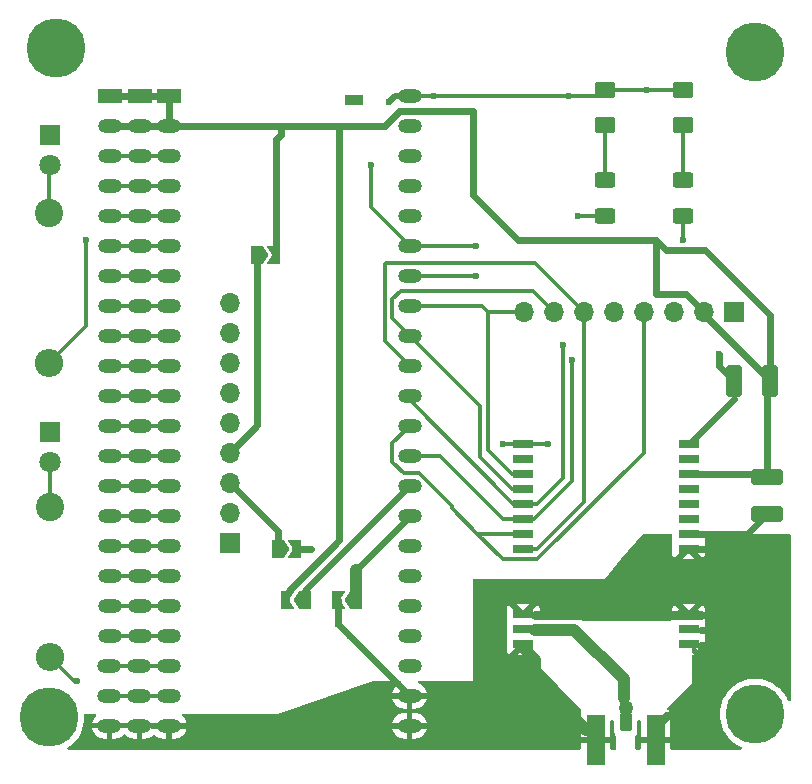
<source format=gtl>
G04 #@! TF.GenerationSoftware,KiCad,Pcbnew,8.0.2*
G04 #@! TF.CreationDate,2024-07-26T13:41:10+02:00*
G04 #@! TF.ProjectId,e07-900m10s-breakout,6530372d-3930-4306-9d31-30732d627265,rev?*
G04 #@! TF.SameCoordinates,Original*
G04 #@! TF.FileFunction,Copper,L1,Top*
G04 #@! TF.FilePolarity,Positive*
%FSLAX46Y46*%
G04 Gerber Fmt 4.6, Leading zero omitted, Abs format (unit mm)*
G04 Created by KiCad (PCBNEW 8.0.2) date 2024-07-26 13:41:10*
%MOMM*%
%LPD*%
G01*
G04 APERTURE LIST*
G04 Aperture macros list*
%AMRoundRect*
0 Rectangle with rounded corners*
0 $1 Rounding radius*
0 $2 $3 $4 $5 $6 $7 $8 $9 X,Y pos of 4 corners*
0 Add a 4 corners polygon primitive as box body*
4,1,4,$2,$3,$4,$5,$6,$7,$8,$9,$2,$3,0*
0 Add four circle primitives for the rounded corners*
1,1,$1+$1,$2,$3*
1,1,$1+$1,$4,$5*
1,1,$1+$1,$6,$7*
1,1,$1+$1,$8,$9*
0 Add four rect primitives between the rounded corners*
20,1,$1+$1,$2,$3,$4,$5,0*
20,1,$1+$1,$4,$5,$6,$7,0*
20,1,$1+$1,$6,$7,$8,$9,0*
20,1,$1+$1,$8,$9,$2,$3,0*%
%AMFreePoly0*
4,1,6,1.000000,0.000000,0.500000,-0.750000,-0.500000,-0.750000,-0.500000,0.750000,0.500000,0.750000,1.000000,0.000000,1.000000,0.000000,$1*%
%AMFreePoly1*
4,1,6,0.500000,-0.750000,-0.650000,-0.750000,-0.150000,0.000000,-0.650000,0.750000,0.500000,0.750000,0.500000,-0.750000,0.500000,-0.750000,$1*%
G04 Aperture macros list end*
G04 #@! TA.AperFunction,SMDPad,CuDef*
%ADD10RoundRect,0.250001X-0.624999X0.462499X-0.624999X-0.462499X0.624999X-0.462499X0.624999X0.462499X0*%
G04 #@! TD*
G04 #@! TA.AperFunction,ComponentPad*
%ADD11C,0.800000*%
G04 #@! TD*
G04 #@! TA.AperFunction,ComponentPad*
%ADD12C,5.000000*%
G04 #@! TD*
G04 #@! TA.AperFunction,ComponentPad*
%ADD13C,2.400000*%
G04 #@! TD*
G04 #@! TA.AperFunction,ComponentPad*
%ADD14O,2.400000X2.400000*%
G04 #@! TD*
G04 #@! TA.AperFunction,SMDPad,CuDef*
%ADD15R,1.800000X0.800000*%
G04 #@! TD*
G04 #@! TA.AperFunction,SMDPad,CuDef*
%ADD16FreePoly0,0.000000*%
G04 #@! TD*
G04 #@! TA.AperFunction,SMDPad,CuDef*
%ADD17FreePoly1,0.000000*%
G04 #@! TD*
G04 #@! TA.AperFunction,ComponentPad*
%ADD18R,1.800000X1.800000*%
G04 #@! TD*
G04 #@! TA.AperFunction,ComponentPad*
%ADD19C,1.800000*%
G04 #@! TD*
G04 #@! TA.AperFunction,SMDPad,CuDef*
%ADD20FreePoly0,180.000000*%
G04 #@! TD*
G04 #@! TA.AperFunction,SMDPad,CuDef*
%ADD21FreePoly1,180.000000*%
G04 #@! TD*
G04 #@! TA.AperFunction,SMDPad,CuDef*
%ADD22RoundRect,0.250000X-0.412500X-1.100000X0.412500X-1.100000X0.412500X1.100000X-0.412500X1.100000X0*%
G04 #@! TD*
G04 #@! TA.AperFunction,ComponentPad*
%ADD23R,1.700000X1.700000*%
G04 #@! TD*
G04 #@! TA.AperFunction,ComponentPad*
%ADD24O,1.700000X1.700000*%
G04 #@! TD*
G04 #@! TA.AperFunction,SMDPad,CuDef*
%ADD25RoundRect,0.101600X0.406400X-0.660400X0.406400X0.660400X-0.406400X0.660400X-0.406400X-0.660400X0*%
G04 #@! TD*
G04 #@! TA.AperFunction,ComponentPad*
%ADD26C,1.270000*%
G04 #@! TD*
G04 #@! TA.AperFunction,SMDPad,CuDef*
%ADD27R,1.524000X4.318000*%
G04 #@! TD*
G04 #@! TA.AperFunction,SMDPad,CuDef*
%ADD28RoundRect,0.250000X-0.625000X0.400000X-0.625000X-0.400000X0.625000X-0.400000X0.625000X0.400000X0*%
G04 #@! TD*
G04 #@! TA.AperFunction,SMDPad,CuDef*
%ADD29RoundRect,0.250000X1.100000X-0.412500X1.100000X0.412500X-1.100000X0.412500X-1.100000X-0.412500X0*%
G04 #@! TD*
G04 #@! TA.AperFunction,ComponentPad*
%ADD30R,2.000000X1.200000*%
G04 #@! TD*
G04 #@! TA.AperFunction,ComponentPad*
%ADD31O,2.000000X1.200000*%
G04 #@! TD*
G04 #@! TA.AperFunction,SMDPad,CuDef*
%ADD32R,1.500000X0.900000*%
G04 #@! TD*
G04 #@! TA.AperFunction,ViaPad*
%ADD33C,0.600000*%
G04 #@! TD*
G04 #@! TA.AperFunction,Conductor*
%ADD34C,0.600000*%
G04 #@! TD*
G04 #@! TA.AperFunction,Conductor*
%ADD35C,1.000000*%
G04 #@! TD*
G04 #@! TA.AperFunction,Conductor*
%ADD36C,0.300000*%
G04 #@! TD*
G04 #@! TA.AperFunction,Conductor*
%ADD37C,0.800000*%
G04 #@! TD*
G04 #@! TA.AperFunction,Conductor*
%ADD38C,0.500000*%
G04 #@! TD*
G04 #@! TA.AperFunction,Conductor*
%ADD39C,0.200000*%
G04 #@! TD*
G04 APERTURE END LIST*
D10*
X150114000Y-75692000D03*
X150114000Y-78667000D03*
D11*
X154390825Y-128579825D03*
X154940000Y-127254000D03*
X154940000Y-129905650D03*
X156265825Y-126704825D03*
D12*
X156265825Y-128579825D03*
D11*
X156265825Y-130454825D03*
X157591650Y-127254000D03*
X157591650Y-129905650D03*
X158140825Y-128579825D03*
D13*
X96486000Y-86106000D03*
D14*
X96486000Y-98806000D03*
D11*
X94589175Y-128833825D03*
X95138350Y-127508000D03*
X95138350Y-130159650D03*
X96464175Y-126958825D03*
D12*
X96464175Y-128833825D03*
D11*
X96464175Y-130708825D03*
X97790000Y-127508000D03*
X97790000Y-130159650D03*
X98339175Y-128833825D03*
D15*
X150622000Y-122664000D03*
X150622000Y-121394000D03*
X150622000Y-120124000D03*
X150622000Y-114554000D03*
X150622000Y-113284000D03*
X150622000Y-112014000D03*
X150622000Y-110744000D03*
X150622000Y-109474000D03*
X150622000Y-108204000D03*
X150622000Y-106934000D03*
X150622000Y-105664000D03*
X136622000Y-105664000D03*
X136622000Y-106934000D03*
X136622000Y-108204000D03*
X136622000Y-109474000D03*
X136622000Y-110744000D03*
X136622000Y-112014000D03*
X136622000Y-113284000D03*
X136622000Y-114554000D03*
X136622000Y-120124000D03*
X136622000Y-121394000D03*
X136622000Y-122664000D03*
D16*
X115824000Y-114554000D03*
D17*
X117274000Y-114554000D03*
D18*
X96520000Y-104648000D03*
D19*
X96520000Y-107188000D03*
D18*
X96520000Y-79502000D03*
D19*
X96520000Y-82042000D03*
D20*
X118110000Y-118872000D03*
D21*
X116660000Y-118872000D03*
D22*
X154432000Y-100330000D03*
X157557000Y-100330000D03*
D10*
X143510000Y-75692000D03*
X143510000Y-78667000D03*
D13*
X96520000Y-110998000D03*
D14*
X96520000Y-123698000D03*
D11*
X154335000Y-72487000D03*
X154884175Y-71161175D03*
X154884175Y-73812825D03*
X156210000Y-70612000D03*
D12*
X156210000Y-72487000D03*
D11*
X156210000Y-74362000D03*
X157535825Y-71161175D03*
X157535825Y-73812825D03*
X158085000Y-72487000D03*
D23*
X111760000Y-114046000D03*
D24*
X111760000Y-111506000D03*
X111760000Y-108966000D03*
X111760000Y-106426000D03*
X111760000Y-103886000D03*
X111760000Y-101346000D03*
X111760000Y-98806000D03*
X111760000Y-96266000D03*
X111760000Y-93726000D03*
D25*
X145288000Y-129253250D03*
D26*
X145288000Y-128016000D03*
D27*
X142748000Y-130746500D03*
X147828000Y-130746500D03*
D23*
X154432000Y-94488000D03*
D24*
X151892000Y-94488000D03*
X149352000Y-94488000D03*
X146812000Y-94488000D03*
X144272000Y-94488000D03*
X141732000Y-94488000D03*
X139192000Y-94488000D03*
X136652000Y-94488000D03*
D28*
X150164000Y-83312000D03*
X150164000Y-86412000D03*
D20*
X122428000Y-118872000D03*
D21*
X120978000Y-118872000D03*
D29*
X157226000Y-111621500D03*
X157226000Y-108496500D03*
D28*
X143510000Y-83312000D03*
X143510000Y-86412000D03*
D17*
X115533000Y-89662000D03*
D16*
X114083000Y-89662000D03*
D30*
X101600000Y-76200000D03*
X104140000Y-76200000D03*
X106630000Y-76220000D03*
D31*
X101600000Y-78740000D03*
X104140000Y-78740000D03*
X106630000Y-78760000D03*
X101600000Y-81280000D03*
X104140000Y-81280000D03*
X106630000Y-81300000D03*
X101600000Y-83820000D03*
X104140000Y-83820000D03*
X106630000Y-83840000D03*
X101600000Y-86360000D03*
X104140000Y-86360000D03*
X106630000Y-86380000D03*
X101600000Y-88900000D03*
X104140000Y-88900000D03*
X106630000Y-88920000D03*
X101600000Y-91440000D03*
X104140000Y-91440000D03*
X106630000Y-91460000D03*
X101600000Y-93980000D03*
X104140000Y-93980000D03*
X106630000Y-94000000D03*
X101600000Y-96520000D03*
X104140000Y-96520000D03*
X106630000Y-96540000D03*
X101600000Y-99060000D03*
X104140000Y-99060000D03*
X106630000Y-99080000D03*
X101600000Y-101600000D03*
X104140000Y-101600000D03*
X106630000Y-101620000D03*
X101600000Y-104140000D03*
X104140000Y-104140000D03*
X106630000Y-104160000D03*
X101600000Y-106680000D03*
X104140000Y-106680000D03*
X106630000Y-106700000D03*
X101600000Y-109220000D03*
X104140000Y-109220000D03*
X106630000Y-109240000D03*
X101600000Y-111760000D03*
X104140000Y-111760000D03*
X106630000Y-111780000D03*
X101600000Y-114300000D03*
X104140000Y-114300000D03*
X106630000Y-114320000D03*
X101600000Y-116840000D03*
X104140000Y-116840000D03*
X106630000Y-116860000D03*
X101600000Y-119380000D03*
X104140000Y-119380000D03*
X106630000Y-119400000D03*
X101600000Y-121920000D03*
X104140000Y-121920000D03*
X106630000Y-121940000D03*
X101596320Y-124457280D03*
X104136320Y-124457280D03*
X106626320Y-124477280D03*
X101596320Y-126997280D03*
X104136320Y-126997280D03*
X106626320Y-127017280D03*
X101596320Y-129537280D03*
X104136320Y-129537280D03*
X106626320Y-129557280D03*
X127000000Y-129540000D03*
X127000000Y-127000000D03*
X127000000Y-124460000D03*
X127000000Y-121920000D03*
X127000000Y-119380000D03*
X127000000Y-116840000D03*
X127000000Y-114300000D03*
X127000000Y-111760000D03*
X127000000Y-109220000D03*
X127000000Y-106680000D03*
X127000000Y-104140000D03*
X127000000Y-101600000D03*
X127000000Y-99060000D03*
X127000000Y-96520000D03*
X127000000Y-93980000D03*
X127000000Y-91440000D03*
X127000000Y-88900000D03*
X127000000Y-86360000D03*
X127000000Y-83820000D03*
D32*
X122265000Y-76545000D03*
D31*
X127000000Y-81280000D03*
X127000000Y-78740000D03*
X127000000Y-76200000D03*
D11*
X95208825Y-72191825D03*
X95758000Y-70866000D03*
X95758000Y-73517650D03*
X97083825Y-70316825D03*
D12*
X97083825Y-72191825D03*
D11*
X97083825Y-74066825D03*
X98409650Y-70866000D03*
X98409650Y-73517650D03*
X98958825Y-72191825D03*
D33*
X118618000Y-114554000D03*
X137668000Y-118110000D03*
X151892000Y-118110000D03*
X157480000Y-115316000D03*
X134366000Y-127254000D03*
X133858000Y-121412000D03*
X133858000Y-118364000D03*
X140462000Y-76200000D03*
X153162000Y-98044000D03*
X129540000Y-127000000D03*
X124968000Y-127000000D03*
X137653000Y-124714000D03*
X140081000Y-127906000D03*
X138049000Y-129938000D03*
X124968000Y-129540000D03*
X145923000Y-118254000D03*
X138557000Y-126382000D03*
X147193000Y-120032000D03*
X151511000Y-125366000D03*
X144653000Y-120032000D03*
X140589000Y-118254000D03*
X143383000Y-118254000D03*
X154559000Y-121556000D03*
X154178000Y-114554000D03*
X148717000Y-118254000D03*
X150241000Y-127144000D03*
X141859000Y-120032000D03*
X151511000Y-124096000D03*
X109474000Y-129540000D03*
X139319000Y-120032000D03*
X147066000Y-75692000D03*
X149987000Y-120032000D03*
X129032000Y-76200000D03*
X125222000Y-76708000D03*
X134874000Y-105664000D03*
X129540000Y-129540000D03*
X147066000Y-113792000D03*
X121920000Y-121920000D03*
X120973097Y-120973097D03*
X154178000Y-113284000D03*
X119380000Y-129540000D03*
X152273000Y-129430000D03*
X138684000Y-105664000D03*
X154051000Y-125366000D03*
X114300000Y-129540000D03*
X154559000Y-118000000D03*
X139954000Y-97282000D03*
X140716000Y-98552000D03*
X141224000Y-86360000D03*
X132588000Y-88900000D03*
X123698000Y-82042000D03*
X98806000Y-125730000D03*
X99568000Y-88392000D03*
X132588000Y-91440000D03*
X150114000Y-88392000D03*
D34*
X114083000Y-104103000D02*
X111760000Y-106426000D01*
X114083000Y-89662000D02*
X114083000Y-104103000D01*
X116078000Y-78760000D02*
X116078000Y-79502000D01*
X115687903Y-79892097D02*
X115687903Y-89662000D01*
X116078000Y-78760000D02*
X121158000Y-78760000D01*
X106630000Y-78760000D02*
X116078000Y-78760000D01*
X116078000Y-79502000D02*
X115687903Y-79892097D01*
X115824000Y-113030000D02*
X111760000Y-108966000D01*
X115824000Y-114554000D02*
X115824000Y-113030000D01*
X118618000Y-114554000D02*
X117278903Y-114554000D01*
D35*
X138415000Y-126382000D02*
X138557000Y-126382000D01*
X137653000Y-125620000D02*
X138415000Y-126382000D01*
X137653000Y-125508000D02*
X137653000Y-125620000D01*
X137653000Y-125224000D02*
X137795000Y-125366000D01*
X137653000Y-123954000D02*
X136622000Y-122923000D01*
X137795000Y-125366000D02*
X137653000Y-125508000D01*
X137653000Y-124714000D02*
X137653000Y-123954000D01*
X137653000Y-124714000D02*
X137653000Y-125224000D01*
D36*
X136622000Y-122664000D02*
X136622000Y-122923000D01*
D34*
X149479000Y-127906000D02*
X149479000Y-128160000D01*
D35*
X141463000Y-129430000D02*
X141971000Y-129938000D01*
D36*
X114282720Y-129557280D02*
X114300000Y-129540000D01*
D37*
X139319000Y-120032000D02*
X139429000Y-120142000D01*
D34*
X150622000Y-114554000D02*
X154178000Y-114554000D01*
X127000000Y-127000000D02*
X121920000Y-121920000D01*
D36*
X136622000Y-105664000D02*
X138684000Y-105664000D01*
D34*
X121920000Y-121920000D02*
X120973097Y-120973097D01*
X149733000Y-127906000D02*
X149479000Y-127906000D01*
X120973097Y-120973097D02*
X120973097Y-118872000D01*
D38*
X125730000Y-76200000D02*
X127000000Y-76200000D01*
D36*
X124950720Y-129557280D02*
X124968000Y-129540000D01*
D34*
X153162000Y-98044000D02*
X153162000Y-99060000D01*
D37*
X137653000Y-120142000D02*
X139209000Y-120142000D01*
X139209000Y-120142000D02*
X139319000Y-120032000D01*
X147303000Y-120142000D02*
X148353000Y-120142000D01*
D36*
X126982720Y-129557280D02*
X127000000Y-129540000D01*
D34*
X151003000Y-126636000D02*
X150495000Y-127144000D01*
X151653000Y-124238000D02*
X151653000Y-125224000D01*
X151653000Y-123954000D02*
X151511000Y-124096000D01*
X150495000Y-127144000D02*
X150241000Y-127144000D01*
D35*
X141463000Y-129430000D02*
X140843000Y-128810000D01*
D34*
X151653000Y-125224000D02*
X151511000Y-125366000D01*
D37*
X139429000Y-120142000D02*
X140479000Y-120142000D01*
D34*
X154432000Y-101854000D02*
X150622000Y-105664000D01*
D36*
X137653000Y-120142000D02*
X137397000Y-120142000D01*
D34*
X152925000Y-122682000D02*
X151653000Y-122682000D01*
D36*
X109474000Y-129540000D02*
X109491280Y-129557280D01*
D34*
X154559000Y-121048000D02*
X154559000Y-121556000D01*
D37*
X146033000Y-120142000D02*
X147083000Y-120142000D01*
D36*
X137653000Y-120142000D02*
X137651000Y-120142000D01*
D37*
X144653000Y-120032000D02*
X144763000Y-120142000D01*
X141859000Y-120032000D02*
X141969000Y-120142000D01*
X147193000Y-120032000D02*
X147303000Y-120142000D01*
X145813000Y-120142000D02*
X145923000Y-120032000D01*
D34*
X151511000Y-125366000D02*
X151653000Y-125508000D01*
D35*
X139319000Y-127144000D02*
X139177000Y-127144000D01*
D36*
X154178000Y-114554000D02*
X154293500Y-114554000D01*
D37*
X143273000Y-120142000D02*
X143383000Y-120032000D01*
D34*
X148717000Y-128668000D02*
X148717000Y-128922000D01*
D36*
X143002000Y-76200000D02*
X143510000Y-75692000D01*
X127000000Y-129540000D02*
X127000000Y-127000000D01*
D34*
X154195000Y-121412000D02*
X151653000Y-121412000D01*
D37*
X143493000Y-120142000D02*
X144543000Y-120142000D01*
X147083000Y-120142000D02*
X147193000Y-120032000D01*
D34*
X154195000Y-121412000D02*
X152925000Y-122682000D01*
D37*
X144543000Y-120142000D02*
X144653000Y-120032000D01*
D38*
X125222000Y-76708000D02*
X125730000Y-76200000D01*
D37*
X150097000Y-120142000D02*
X151653000Y-120142000D01*
D34*
X149479000Y-128160000D02*
X148971000Y-128668000D01*
D36*
X114317280Y-129557280D02*
X119362720Y-129557280D01*
D35*
X138557000Y-126524000D02*
X138557000Y-126382000D01*
D34*
X148971000Y-128668000D02*
X148717000Y-128668000D01*
D37*
X140589000Y-120032000D02*
X140699000Y-120142000D01*
D34*
X154559000Y-118000000D02*
X154431000Y-118128000D01*
X148717000Y-128922000D02*
X147701000Y-129938000D01*
X154178000Y-113284000D02*
X155563500Y-113284000D01*
D37*
X144763000Y-120142000D02*
X145813000Y-120142000D01*
D34*
X151653000Y-125986000D02*
X151257000Y-126382000D01*
D35*
X140843000Y-128668000D02*
X140701000Y-128668000D01*
D34*
X154559000Y-121556000D02*
X154051000Y-121556000D01*
X151003000Y-126382000D02*
X151003000Y-126636000D01*
D37*
X148573000Y-120142000D02*
X149877000Y-120142000D01*
D36*
X147066000Y-75692000D02*
X143510000Y-75692000D01*
D35*
X139319000Y-127286000D02*
X139319000Y-127144000D01*
D34*
X154051000Y-121556000D02*
X154195000Y-121412000D01*
D36*
X154432000Y-100330000D02*
X154432000Y-101854000D01*
X129032000Y-76200000D02*
X140462000Y-76200000D01*
X106606320Y-129537280D02*
X106626320Y-129557280D01*
D37*
X149987000Y-120032000D02*
X150097000Y-120142000D01*
D36*
X142621000Y-129938000D02*
X141971000Y-129938000D01*
D34*
X151653000Y-125508000D02*
X151653000Y-125986000D01*
D35*
X140081000Y-128048000D02*
X140081000Y-127906000D01*
D34*
X150241000Y-127398000D02*
X149733000Y-127906000D01*
D37*
X148353000Y-120142000D02*
X148463000Y-120032000D01*
D36*
X124985280Y-129557280D02*
X126982720Y-129557280D01*
D34*
X151511000Y-124096000D02*
X151653000Y-124238000D01*
X153145000Y-120142000D02*
X151653000Y-120142000D01*
D35*
X140081000Y-127906000D02*
X139939000Y-127906000D01*
D36*
X119380000Y-129540000D02*
X119397280Y-129557280D01*
X119397280Y-129557280D02*
X124950720Y-129557280D01*
X101596320Y-129537280D02*
X106606320Y-129537280D01*
D34*
X151257000Y-126382000D02*
X151003000Y-126382000D01*
D37*
X141969000Y-120142000D02*
X143273000Y-120142000D01*
X145923000Y-120032000D02*
X146033000Y-120142000D01*
D34*
X154305000Y-121302000D02*
X154559000Y-121048000D01*
X153162000Y-99060000D02*
X154432000Y-100330000D01*
D35*
X139939000Y-127906000D02*
X139319000Y-127286000D01*
D34*
X154431000Y-117872000D02*
X154559000Y-118000000D01*
X154305000Y-121302000D02*
X153145000Y-120142000D01*
D35*
X140843000Y-128810000D02*
X140843000Y-128668000D01*
D36*
X109456720Y-129557280D02*
X109474000Y-129540000D01*
D34*
X154293500Y-114554000D02*
X157226000Y-111621500D01*
D39*
X151653000Y-122682000D02*
X151401000Y-122682000D01*
D36*
X127000000Y-76200000D02*
X129032000Y-76200000D01*
D37*
X140699000Y-120142000D02*
X141749000Y-120142000D01*
D34*
X151653000Y-122682000D02*
X151653000Y-123954000D01*
D36*
X106626320Y-129557280D02*
X109456720Y-129557280D01*
D37*
X148463000Y-120032000D02*
X148573000Y-120142000D01*
D36*
X136622000Y-105664000D02*
X134874000Y-105664000D01*
X109491280Y-129557280D02*
X114282720Y-129557280D01*
D37*
X143383000Y-120032000D02*
X143493000Y-120142000D01*
D35*
X140701000Y-128668000D02*
X140081000Y-128048000D01*
D34*
X154431000Y-121176000D02*
X154305000Y-121302000D01*
D37*
X140479000Y-120142000D02*
X140589000Y-120032000D01*
D34*
X155563500Y-113284000D02*
X157226000Y-111621500D01*
D36*
X124968000Y-129540000D02*
X124985280Y-129557280D01*
D34*
X154431000Y-118128000D02*
X154431000Y-121176000D01*
X150241000Y-127144000D02*
X150241000Y-127398000D01*
D37*
X141749000Y-120142000D02*
X141859000Y-120032000D01*
D36*
X140462000Y-76200000D02*
X143002000Y-76200000D01*
D37*
X149877000Y-120142000D02*
X149987000Y-120032000D01*
D36*
X150114000Y-75692000D02*
X147066000Y-75692000D01*
X114300000Y-129540000D02*
X114317280Y-129557280D01*
D34*
X150622000Y-113284000D02*
X154178000Y-113284000D01*
D36*
X119362720Y-129557280D02*
X119380000Y-129540000D01*
D35*
X139177000Y-127144000D02*
X138557000Y-126524000D01*
D34*
X101600000Y-76200000D02*
X104140000Y-76200000D01*
X147828000Y-92963990D02*
X147827990Y-92964000D01*
X121158000Y-78760000D02*
X121021903Y-78896097D01*
X150368000Y-92964000D02*
X151892000Y-94488000D01*
X136144000Y-88392000D02*
X147828000Y-88392000D01*
X106610000Y-78740000D02*
X106630000Y-78760000D01*
X156933500Y-108204000D02*
X157226000Y-108496500D01*
X104140000Y-76200000D02*
X106610000Y-76200000D01*
X157557000Y-94819000D02*
X157557000Y-100330000D01*
X157557000Y-100330000D02*
X151892000Y-94665000D01*
X157226000Y-108496500D02*
X157226000Y-100661000D01*
X152030000Y-89292000D02*
X157557000Y-94819000D01*
X132403990Y-77540000D02*
X132403990Y-84651990D01*
X101600000Y-78740000D02*
X104140000Y-78740000D01*
X106610000Y-76200000D02*
X106630000Y-76220000D01*
X121158000Y-78760000D02*
X124882944Y-78760000D01*
X148728000Y-89292000D02*
X152030000Y-89292000D01*
X126102944Y-77540000D02*
X132403990Y-77540000D01*
X132403990Y-84651990D02*
X136144000Y-88392000D01*
X151892000Y-94665000D02*
X151892000Y-94488000D01*
X157226000Y-100661000D02*
X157557000Y-100330000D01*
X147828000Y-88392000D02*
X148728000Y-89292000D01*
X104140000Y-78740000D02*
X106610000Y-78740000D01*
X147828000Y-88392000D02*
X147828000Y-92963990D01*
X147827990Y-92964000D02*
X150368000Y-92964000D01*
X116505097Y-118371440D02*
X116505097Y-118872000D01*
X121021903Y-78896097D02*
X121021903Y-113854634D01*
X106630000Y-76220000D02*
X106630000Y-78760000D01*
X150622000Y-108204000D02*
X156933500Y-108204000D01*
X124882944Y-78760000D02*
X126102944Y-77540000D01*
X121021903Y-113854634D02*
X116505097Y-118371440D01*
D36*
X127000000Y-101600000D02*
X127000000Y-102000000D01*
X127000000Y-102000000D02*
X135744000Y-110744000D01*
X137822000Y-110744000D02*
X139954000Y-108612000D01*
X136622000Y-110744000D02*
X137822000Y-110744000D01*
X139954000Y-108612000D02*
X139954000Y-97282000D01*
X135744000Y-110744000D02*
X136622000Y-110744000D01*
X141732000Y-110644000D02*
X137822000Y-114554000D01*
X124950000Y-97010000D02*
X124950000Y-90442000D01*
X137822000Y-114554000D02*
X136622000Y-114554000D01*
X124950000Y-90442000D02*
X125002000Y-90390000D01*
X141732000Y-94488000D02*
X141732000Y-110644000D01*
X125002000Y-90390000D02*
X137634000Y-90390000D01*
X137634000Y-90390000D02*
X141732000Y-94488000D01*
X127000000Y-99060000D02*
X124950000Y-97010000D01*
X127000000Y-96520000D02*
X125550000Y-95070000D01*
X127000000Y-96520000D02*
X133004000Y-102524000D01*
X125550000Y-93398000D02*
X126238000Y-92710000D01*
X135636000Y-109474000D02*
X136622000Y-109474000D01*
X125550000Y-95070000D02*
X125550000Y-93398000D01*
X126238000Y-92710000D02*
X137414000Y-92710000D01*
X133004000Y-106842000D02*
X135636000Y-109474000D01*
X133004000Y-102524000D02*
X133004000Y-106842000D01*
X137414000Y-92710000D02*
X139192000Y-94488000D01*
X135636000Y-108204000D02*
X133604000Y-106172000D01*
X136622000Y-108204000D02*
X135636000Y-108204000D01*
X133604000Y-106172000D02*
X133604000Y-94488000D01*
X133096000Y-93980000D02*
X127000000Y-93980000D01*
X133604000Y-94488000D02*
X136652000Y-94488000D01*
X133604000Y-94488000D02*
X133096000Y-93980000D01*
X129540000Y-106680000D02*
X127000000Y-106680000D01*
X136622000Y-112014000D02*
X134874000Y-112014000D01*
X137552000Y-112014000D02*
X140716000Y-108850000D01*
X140716000Y-108850000D02*
X140716000Y-98552000D01*
X134874000Y-112014000D02*
X129540000Y-106680000D01*
X136622000Y-112014000D02*
X137552000Y-112014000D01*
X134875472Y-115404000D02*
X137834000Y-115404000D01*
X132755472Y-113284000D02*
X136622000Y-113284000D01*
X127834924Y-108170000D02*
X130590000Y-110925076D01*
X126492000Y-108170000D02*
X127834924Y-108170000D01*
X132755472Y-113284000D02*
X134875472Y-115404000D01*
X127000000Y-104140000D02*
X125550000Y-105590000D01*
X130590000Y-110925076D02*
X130590000Y-111118528D01*
X125550000Y-107228000D02*
X126492000Y-108170000D01*
X125550000Y-105590000D02*
X125550000Y-107228000D01*
X146812000Y-106426000D02*
X146812000Y-94488000D01*
X137834000Y-115404000D02*
X146812000Y-106426000D01*
X130590000Y-111118528D02*
X132755472Y-113284000D01*
D35*
X145161000Y-127207500D02*
X145161000Y-125620000D01*
X140953000Y-121412000D02*
X137653000Y-121412000D01*
X145161000Y-125620000D02*
X140953000Y-121412000D01*
D36*
X145161000Y-127207500D02*
X145161000Y-128444750D01*
X104140000Y-81280000D02*
X106610000Y-81280000D01*
X101600000Y-81280000D02*
X104140000Y-81280000D01*
X106610000Y-81280000D02*
X106630000Y-81300000D01*
X123698000Y-85598000D02*
X127000000Y-88900000D01*
X143458000Y-86360000D02*
X143510000Y-86412000D01*
X123698000Y-82042000D02*
X123698000Y-85598000D01*
X127000000Y-88900000D02*
X132588000Y-88900000D01*
X98552000Y-125730000D02*
X98806000Y-125730000D01*
X96520000Y-123698000D02*
X98552000Y-125730000D01*
X141224000Y-86360000D02*
X143458000Y-86360000D01*
X101620000Y-109240000D02*
X101600000Y-109220000D01*
X106630000Y-109240000D02*
X101620000Y-109240000D01*
X101600000Y-109220000D02*
X100838000Y-109220000D01*
X106610000Y-104140000D02*
X106630000Y-104160000D01*
X101600000Y-104140000D02*
X106610000Y-104140000D01*
X99568000Y-95724000D02*
X96486000Y-98806000D01*
X99568000Y-88392000D02*
X99568000Y-95724000D01*
X150114000Y-88392000D02*
X150114000Y-86462000D01*
X127000000Y-91440000D02*
X132588000Y-91440000D01*
X150114000Y-86462000D02*
X150164000Y-86412000D01*
X106610000Y-121920000D02*
X106630000Y-121940000D01*
X101600000Y-121920000D02*
X106610000Y-121920000D01*
X106610000Y-93980000D02*
X106630000Y-94000000D01*
X101600000Y-93980000D02*
X106610000Y-93980000D01*
X101600000Y-111760000D02*
X106610000Y-111760000D01*
X106610000Y-111760000D02*
X106630000Y-111780000D01*
X101600000Y-96520000D02*
X106610000Y-96520000D01*
X106610000Y-96520000D02*
X106630000Y-96540000D01*
X106610000Y-116840000D02*
X106630000Y-116860000D01*
X101600000Y-116840000D02*
X106610000Y-116840000D01*
X106610000Y-114300000D02*
X106630000Y-114320000D01*
X101600000Y-114300000D02*
X106610000Y-114300000D01*
X101600000Y-119380000D02*
X106610000Y-119380000D01*
X106610000Y-119380000D02*
X106630000Y-119400000D01*
X106610000Y-99060000D02*
X106630000Y-99080000D01*
X101600000Y-99060000D02*
X106610000Y-99060000D01*
X101600000Y-83820000D02*
X104140000Y-83820000D01*
X106610000Y-83820000D02*
X106630000Y-83840000D01*
X104140000Y-83820000D02*
X106610000Y-83820000D01*
X106606320Y-124457280D02*
X106626320Y-124477280D01*
X101596320Y-124457280D02*
X106606320Y-124457280D01*
X101600000Y-106680000D02*
X106610000Y-106680000D01*
X106610000Y-106680000D02*
X106630000Y-106700000D01*
X106610000Y-101600000D02*
X106630000Y-101620000D01*
X101600000Y-101600000D02*
X106610000Y-101600000D01*
X101600000Y-88900000D02*
X106610000Y-88900000D01*
X106610000Y-88900000D02*
X106630000Y-88920000D01*
X106610000Y-91440000D02*
X106630000Y-91460000D01*
X101600000Y-91440000D02*
X106610000Y-91440000D01*
X106606320Y-126997280D02*
X106626320Y-127017280D01*
X101596320Y-126997280D02*
X106606320Y-126997280D01*
X106630000Y-86380000D02*
X101620000Y-86380000D01*
X101620000Y-86380000D02*
X101600000Y-86360000D01*
D38*
X127000000Y-109220000D02*
X118110000Y-118110000D01*
D36*
X118110000Y-118110000D02*
X118110000Y-118872000D01*
D35*
X122428000Y-116332000D02*
X122428000Y-118872000D01*
D34*
X127000000Y-111760000D02*
X122428000Y-116332000D01*
D36*
X150114000Y-83262000D02*
X150164000Y-83312000D01*
X150114000Y-78667000D02*
X150114000Y-83262000D01*
X143510000Y-78667000D02*
X143510000Y-83312000D01*
X96486000Y-82076000D02*
X96520000Y-82042000D01*
X96486000Y-86106000D02*
X96486000Y-82076000D01*
X96520000Y-110998000D02*
X96520000Y-107188000D01*
G04 #@! TA.AperFunction,Conductor*
G36*
X149165039Y-113303685D02*
G01*
X149210794Y-113356489D01*
X149222000Y-113408000D01*
X149222000Y-113731844D01*
X149228401Y-113791372D01*
X149228404Y-113791383D01*
X149259839Y-113875668D01*
X149264823Y-113945360D01*
X149259839Y-113962332D01*
X149228404Y-114046616D01*
X149228401Y-114046627D01*
X149222000Y-114106155D01*
X149222000Y-115001844D01*
X149228401Y-115061372D01*
X149228403Y-115061379D01*
X149278645Y-115196086D01*
X149278649Y-115196093D01*
X149364808Y-115311185D01*
X149364817Y-115311194D01*
X149448560Y-115373885D01*
X149448561Y-115373885D01*
X150534318Y-114288128D01*
X150595641Y-114254643D01*
X150665333Y-114259627D01*
X150709680Y-114288128D01*
X151795436Y-115373884D01*
X151879190Y-115311186D01*
X151965350Y-115196093D01*
X151965354Y-115196086D01*
X152015596Y-115061379D01*
X152015598Y-115061372D01*
X152021999Y-115001844D01*
X152022000Y-115001827D01*
X152022000Y-114106172D01*
X152021999Y-114106155D01*
X152015598Y-114046627D01*
X152015597Y-114046623D01*
X151984159Y-113962334D01*
X151979175Y-113892642D01*
X151984159Y-113875666D01*
X152015597Y-113791376D01*
X152015598Y-113791372D01*
X152021999Y-113731844D01*
X152022000Y-113731827D01*
X152022000Y-113408000D01*
X152041685Y-113340961D01*
X152094489Y-113295206D01*
X152146000Y-113284000D01*
X159141500Y-113284000D01*
X159208539Y-113303685D01*
X159254294Y-113356489D01*
X159265500Y-113408000D01*
X159265500Y-127357825D01*
X159245815Y-127424864D01*
X159193011Y-127470619D01*
X159123853Y-127480563D01*
X159060297Y-127451538D01*
X159027641Y-127406939D01*
X158990173Y-127320080D01*
X158951714Y-127230921D01*
X158776955Y-126928229D01*
X158776954Y-126928227D01*
X158568240Y-126647875D01*
X158568235Y-126647869D01*
X158443226Y-126515368D01*
X158328383Y-126393642D01*
X158139651Y-126235277D01*
X158060638Y-126168977D01*
X158060630Y-126168971D01*
X157768621Y-125976913D01*
X157456283Y-125820051D01*
X157456277Y-125820048D01*
X157127837Y-125700506D01*
X157127834Y-125700505D01*
X156787740Y-125619902D01*
X156744344Y-125614829D01*
X156440584Y-125579325D01*
X156091066Y-125579325D01*
X155787305Y-125614829D01*
X155743910Y-125619902D01*
X155743908Y-125619902D01*
X155403815Y-125700505D01*
X155403812Y-125700506D01*
X155075372Y-125820048D01*
X155075366Y-125820051D01*
X154763028Y-125976913D01*
X154471019Y-126168971D01*
X154471011Y-126168977D01*
X154203267Y-126393642D01*
X154203265Y-126393644D01*
X153963414Y-126647869D01*
X153963409Y-126647875D01*
X153754695Y-126928227D01*
X153579938Y-127230916D01*
X153579932Y-127230929D01*
X153441499Y-127551852D01*
X153341255Y-127886690D01*
X153341253Y-127886697D01*
X153280564Y-128230886D01*
X153280563Y-128230897D01*
X153260240Y-128579821D01*
X153260240Y-128579828D01*
X153280563Y-128928752D01*
X153280564Y-128928763D01*
X153341253Y-129272952D01*
X153341255Y-129272959D01*
X153441499Y-129607797D01*
X153579932Y-129928720D01*
X153579938Y-129928733D01*
X153754695Y-130231422D01*
X153963409Y-130511774D01*
X153963414Y-130511780D01*
X154056264Y-130610194D01*
X154203267Y-130766008D01*
X154379728Y-130914076D01*
X154471011Y-130990672D01*
X154471019Y-130990678D01*
X154763028Y-131182736D01*
X154763032Y-131182738D01*
X155075374Y-131339602D01*
X155075382Y-131339604D01*
X155078684Y-131341030D01*
X155078144Y-131342280D01*
X155129923Y-131380404D01*
X155154859Y-131445672D01*
X155140550Y-131514061D01*
X155091538Y-131563857D01*
X155031249Y-131579500D01*
X149214000Y-131579500D01*
X149146961Y-131559815D01*
X149101206Y-131507011D01*
X149090000Y-131455500D01*
X149090000Y-130996500D01*
X146566000Y-130996500D01*
X146566000Y-131455500D01*
X146546315Y-131522539D01*
X146493511Y-131568294D01*
X146442000Y-131579500D01*
X146237500Y-131579500D01*
X146170461Y-131559815D01*
X146124706Y-131507011D01*
X146113500Y-131455500D01*
X146113500Y-130398615D01*
X146133185Y-130331576D01*
X146139108Y-130323150D01*
X146220333Y-130217298D01*
X146281002Y-130070830D01*
X146296500Y-129953110D01*
X146296500Y-129156000D01*
X146316185Y-129088961D01*
X146368989Y-129043206D01*
X146420500Y-129032000D01*
X146442000Y-129032000D01*
X146509039Y-129051685D01*
X146554794Y-129104489D01*
X146566000Y-129156000D01*
X146566000Y-130496500D01*
X149090000Y-130496500D01*
X149090000Y-128539672D01*
X149089999Y-128539655D01*
X149083598Y-128480127D01*
X149083596Y-128480120D01*
X149033354Y-128345413D01*
X149033350Y-128345406D01*
X148947190Y-128230312D01*
X148947187Y-128230309D01*
X148880173Y-128180142D01*
X148838302Y-128124208D01*
X148833318Y-128054517D01*
X148866800Y-127993199D01*
X150876000Y-125984000D01*
X150876000Y-123688000D01*
X150895685Y-123620961D01*
X150948489Y-123575206D01*
X151000000Y-123564000D01*
X151168446Y-123564000D01*
X151168446Y-123563999D01*
X150912319Y-123307872D01*
X150878834Y-123246549D01*
X150876000Y-123220191D01*
X150876000Y-122863809D01*
X150895685Y-122796770D01*
X150948489Y-122751015D01*
X151017647Y-122741071D01*
X151081203Y-122770096D01*
X151087681Y-122776128D01*
X151795436Y-123483884D01*
X151879190Y-123421186D01*
X151965350Y-123306093D01*
X151965354Y-123306086D01*
X152015596Y-123171379D01*
X152015598Y-123171372D01*
X152021999Y-123111844D01*
X152022000Y-123111827D01*
X152022000Y-122216172D01*
X152021999Y-122216155D01*
X152015598Y-122156627D01*
X152015597Y-122156623D01*
X151984159Y-122072334D01*
X151979175Y-122002642D01*
X151984159Y-121985666D01*
X152015597Y-121901376D01*
X152015598Y-121901372D01*
X152021999Y-121841844D01*
X152022000Y-121841827D01*
X152022000Y-120946172D01*
X152021999Y-120946155D01*
X152015598Y-120886627D01*
X152015597Y-120886623D01*
X151984159Y-120802334D01*
X151979175Y-120732642D01*
X151984159Y-120715666D01*
X152015597Y-120631376D01*
X152015598Y-120631372D01*
X152021999Y-120571844D01*
X152022000Y-120571827D01*
X152022000Y-119676172D01*
X152021999Y-119676155D01*
X152015598Y-119616627D01*
X152015596Y-119616620D01*
X151965354Y-119481913D01*
X151965350Y-119481906D01*
X151879191Y-119366814D01*
X151879182Y-119366805D01*
X151795438Y-119304113D01*
X151795436Y-119304114D01*
X150709680Y-120389871D01*
X150648357Y-120423356D01*
X150578665Y-120418372D01*
X150534318Y-120389871D01*
X149448561Y-119304114D01*
X149448560Y-119304114D01*
X149364809Y-119366812D01*
X149278649Y-119481906D01*
X149278645Y-119481913D01*
X149228403Y-119616620D01*
X149228401Y-119616627D01*
X149222000Y-119676155D01*
X149222000Y-120526000D01*
X149202315Y-120593039D01*
X149149511Y-120638794D01*
X149098000Y-120650000D01*
X141651055Y-120650000D01*
X141584016Y-120630315D01*
X141582164Y-120629102D01*
X141426920Y-120525371D01*
X141426911Y-120525366D01*
X141343683Y-120490892D01*
X141298165Y-120472038D01*
X141253173Y-120453402D01*
X141244837Y-120449949D01*
X141244833Y-120449947D01*
X141093634Y-120419873D01*
X141093633Y-120419872D01*
X141072587Y-120415686D01*
X141051542Y-120411500D01*
X141051541Y-120411500D01*
X138146000Y-120411500D01*
X138078961Y-120391815D01*
X138033206Y-120339011D01*
X138022000Y-120287500D01*
X138022000Y-119676172D01*
X138021999Y-119676155D01*
X138015598Y-119616627D01*
X138015596Y-119616620D01*
X137965354Y-119481913D01*
X137965350Y-119481906D01*
X137879191Y-119366814D01*
X137879182Y-119366805D01*
X137795438Y-119304113D01*
X137795436Y-119304114D01*
X136709680Y-120389871D01*
X136648357Y-120423356D01*
X136578665Y-120418372D01*
X136534318Y-120389871D01*
X135448561Y-119304114D01*
X135448560Y-119304114D01*
X135364809Y-119366812D01*
X135278649Y-119481906D01*
X135278645Y-119481913D01*
X135228403Y-119616620D01*
X135228401Y-119616627D01*
X135222000Y-119676155D01*
X135222000Y-120571844D01*
X135228401Y-120631372D01*
X135228403Y-120631382D01*
X135259573Y-120714953D01*
X135264557Y-120784644D01*
X135259573Y-120801617D01*
X135227909Y-120886514D01*
X135227908Y-120886516D01*
X135221501Y-120946116D01*
X135221500Y-120946135D01*
X135221500Y-121841870D01*
X135221501Y-121841876D01*
X135227909Y-121901484D01*
X135259573Y-121986382D01*
X135264557Y-122056073D01*
X135259573Y-122073046D01*
X135228404Y-122156616D01*
X135228401Y-122156627D01*
X135222000Y-122216155D01*
X135222000Y-123111844D01*
X135228401Y-123171372D01*
X135228403Y-123171379D01*
X135278645Y-123306086D01*
X135278649Y-123306093D01*
X135364808Y-123421185D01*
X135364817Y-123421194D01*
X135448560Y-123483885D01*
X136534318Y-122398127D01*
X136595641Y-122364642D01*
X136665333Y-122369626D01*
X136709680Y-122398127D01*
X137631681Y-123320128D01*
X137665166Y-123381451D01*
X137668000Y-123407809D01*
X137668000Y-124206000D01*
X137667999Y-124206000D01*
X141502703Y-128253743D01*
X141534519Y-128315948D01*
X141528867Y-128382356D01*
X141492403Y-128480120D01*
X141492401Y-128480127D01*
X141486000Y-128539655D01*
X141486000Y-130496500D01*
X144010000Y-130496500D01*
X144010000Y-129156000D01*
X144029685Y-129088961D01*
X144082489Y-129043206D01*
X144134000Y-129032000D01*
X144155500Y-129032000D01*
X144222539Y-129051685D01*
X144268294Y-129104489D01*
X144279500Y-129156000D01*
X144279500Y-129953103D01*
X144279501Y-129953119D01*
X144294997Y-130070828D01*
X144294999Y-130070833D01*
X144355664Y-130217293D01*
X144355665Y-130217294D01*
X144355667Y-130217298D01*
X144436876Y-130323131D01*
X144462070Y-130388296D01*
X144462500Y-130398615D01*
X144462500Y-131455500D01*
X144442815Y-131522539D01*
X144390011Y-131568294D01*
X144338500Y-131579500D01*
X144134000Y-131579500D01*
X144066961Y-131559815D01*
X144021206Y-131507011D01*
X144010000Y-131455500D01*
X144010000Y-130996500D01*
X141486000Y-130996500D01*
X141486000Y-131455500D01*
X141466315Y-131522539D01*
X141413511Y-131568294D01*
X141362000Y-131579500D01*
X98164098Y-131579500D01*
X98097059Y-131559815D01*
X98051304Y-131507011D01*
X98041360Y-131437853D01*
X98070385Y-131374297D01*
X98095959Y-131351900D01*
X98258980Y-131244678D01*
X98258980Y-131244677D01*
X98258986Y-131244674D01*
X98526733Y-131020008D01*
X98766587Y-130765778D01*
X98975305Y-130485421D01*
X99150064Y-130182729D01*
X99288501Y-129861796D01*
X99388744Y-129526961D01*
X99392684Y-129504619D01*
X99449435Y-129182763D01*
X99449434Y-129182763D01*
X99449437Y-129182752D01*
X99469760Y-128833825D01*
X99464044Y-128735681D01*
X99459357Y-128655210D01*
X99475110Y-128587139D01*
X99525164Y-128538392D01*
X99583147Y-128524000D01*
X100354603Y-128524000D01*
X100421642Y-128543685D01*
X100467397Y-128596489D01*
X100477341Y-128665647D01*
X100448316Y-128729203D01*
X100442284Y-128735681D01*
X100357287Y-128820677D01*
X100255515Y-128960755D01*
X100176911Y-129115024D01*
X100123405Y-129279695D01*
X100122204Y-129287279D01*
X100122205Y-129287280D01*
X101280634Y-129287280D01*
X101276240Y-129291674D01*
X101223579Y-129382886D01*
X101196320Y-129484619D01*
X101196320Y-129589941D01*
X101223579Y-129691674D01*
X101276240Y-129782886D01*
X101280634Y-129787280D01*
X100122205Y-129787280D01*
X100123405Y-129794864D01*
X100176911Y-129959535D01*
X100255515Y-130113804D01*
X100357287Y-130253882D01*
X100479717Y-130376312D01*
X100619795Y-130478084D01*
X100774062Y-130556688D01*
X100938735Y-130610194D01*
X101109749Y-130637280D01*
X101346320Y-130637280D01*
X101346320Y-129852966D01*
X101350714Y-129857360D01*
X101441926Y-129910021D01*
X101543659Y-129937280D01*
X101648981Y-129937280D01*
X101750714Y-129910021D01*
X101841926Y-129857360D01*
X101846320Y-129852966D01*
X101846320Y-130637280D01*
X102082891Y-130637280D01*
X102253904Y-130610194D01*
X102418577Y-130556688D01*
X102572844Y-130478084D01*
X102712922Y-130376312D01*
X102778639Y-130310596D01*
X102839962Y-130277111D01*
X102909654Y-130282095D01*
X102954001Y-130310596D01*
X103019717Y-130376312D01*
X103159795Y-130478084D01*
X103314062Y-130556688D01*
X103478735Y-130610194D01*
X103649749Y-130637280D01*
X103886320Y-130637280D01*
X103886320Y-129852966D01*
X103890714Y-129857360D01*
X103981926Y-129910021D01*
X104083659Y-129937280D01*
X104188981Y-129937280D01*
X104290714Y-129910021D01*
X104381926Y-129857360D01*
X104386320Y-129852966D01*
X104386320Y-130637280D01*
X104622891Y-130637280D01*
X104793904Y-130610194D01*
X104958577Y-130556688D01*
X105112844Y-130478084D01*
X105252917Y-130376315D01*
X105283636Y-130345597D01*
X105344959Y-130312111D01*
X105414651Y-130317095D01*
X105458999Y-130345595D01*
X105509717Y-130396312D01*
X105649795Y-130498084D01*
X105804062Y-130576688D01*
X105968735Y-130630194D01*
X106139749Y-130657280D01*
X106376320Y-130657280D01*
X106376320Y-129872966D01*
X106380714Y-129877360D01*
X106471926Y-129930021D01*
X106573659Y-129957280D01*
X106678981Y-129957280D01*
X106780714Y-129930021D01*
X106871926Y-129877360D01*
X106876320Y-129872966D01*
X106876320Y-130657280D01*
X107112891Y-130657280D01*
X107283904Y-130630194D01*
X107448577Y-130576688D01*
X107602844Y-130498084D01*
X107742922Y-130396312D01*
X107865352Y-130273882D01*
X107967124Y-130133804D01*
X108045728Y-129979535D01*
X108099234Y-129814864D01*
X108100435Y-129807280D01*
X106942006Y-129807280D01*
X106946400Y-129802886D01*
X106999061Y-129711674D01*
X107026320Y-129609941D01*
X107026320Y-129504619D01*
X106999061Y-129402886D01*
X106946400Y-129311674D01*
X106942006Y-129307280D01*
X108100435Y-129307280D01*
X108100435Y-129307279D01*
X108099234Y-129299695D01*
X108096084Y-129289999D01*
X125525884Y-129289999D01*
X125525885Y-129290000D01*
X126684314Y-129290000D01*
X126679920Y-129294394D01*
X126627259Y-129385606D01*
X126600000Y-129487339D01*
X126600000Y-129592661D01*
X126627259Y-129694394D01*
X126679920Y-129785606D01*
X126684314Y-129790000D01*
X125525885Y-129790000D01*
X125527085Y-129797584D01*
X125580591Y-129962255D01*
X125659195Y-130116524D01*
X125760967Y-130256602D01*
X125883397Y-130379032D01*
X126023475Y-130480804D01*
X126177742Y-130559408D01*
X126342415Y-130612914D01*
X126513429Y-130640000D01*
X126750000Y-130640000D01*
X126750000Y-129855686D01*
X126754394Y-129860080D01*
X126845606Y-129912741D01*
X126947339Y-129940000D01*
X127052661Y-129940000D01*
X127154394Y-129912741D01*
X127245606Y-129860080D01*
X127250000Y-129855686D01*
X127250000Y-130640000D01*
X127486571Y-130640000D01*
X127657584Y-130612914D01*
X127822257Y-130559408D01*
X127976524Y-130480804D01*
X128116602Y-130379032D01*
X128239032Y-130256602D01*
X128340804Y-130116524D01*
X128419408Y-129962255D01*
X128472914Y-129797584D01*
X128474115Y-129790000D01*
X127315686Y-129790000D01*
X127320080Y-129785606D01*
X127372741Y-129694394D01*
X127400000Y-129592661D01*
X127400000Y-129487339D01*
X127372741Y-129385606D01*
X127320080Y-129294394D01*
X127315686Y-129290000D01*
X128474115Y-129290000D01*
X128474115Y-129289999D01*
X128472914Y-129282415D01*
X128419408Y-129117744D01*
X128340804Y-128963475D01*
X128239032Y-128823397D01*
X128116602Y-128700967D01*
X127976524Y-128599195D01*
X127822257Y-128520591D01*
X127657584Y-128467085D01*
X127486571Y-128440000D01*
X127250000Y-128440000D01*
X127250000Y-129224314D01*
X127245606Y-129219920D01*
X127154394Y-129167259D01*
X127052661Y-129140000D01*
X126947339Y-129140000D01*
X126845606Y-129167259D01*
X126754394Y-129219920D01*
X126750000Y-129224314D01*
X126750000Y-128440000D01*
X126513429Y-128440000D01*
X126342415Y-128467085D01*
X126177742Y-128520591D01*
X126023475Y-128599195D01*
X125883397Y-128700967D01*
X125760967Y-128823397D01*
X125659195Y-128963475D01*
X125580591Y-129117744D01*
X125527085Y-129282415D01*
X125525884Y-129289999D01*
X108096084Y-129289999D01*
X108045728Y-129135024D01*
X107967124Y-128980755D01*
X107865352Y-128840677D01*
X107760356Y-128735681D01*
X107726871Y-128674358D01*
X107731855Y-128604666D01*
X107773727Y-128548733D01*
X107839191Y-128524316D01*
X107848037Y-128524000D01*
X115823999Y-128524000D01*
X115824000Y-128524000D01*
X123932407Y-125736734D01*
X123972717Y-125730000D01*
X126166079Y-125730000D01*
X126233118Y-125749685D01*
X126278873Y-125802489D01*
X126288817Y-125871647D01*
X126259792Y-125935203D01*
X126204398Y-125971931D01*
X126177742Y-125980591D01*
X126023475Y-126059195D01*
X125883397Y-126160967D01*
X125760967Y-126283397D01*
X125659195Y-126423475D01*
X125580591Y-126577744D01*
X125527085Y-126742415D01*
X125525884Y-126749999D01*
X125525885Y-126750000D01*
X126684314Y-126750000D01*
X126679920Y-126754394D01*
X126627259Y-126845606D01*
X126600000Y-126947339D01*
X126600000Y-127052661D01*
X126627259Y-127154394D01*
X126679920Y-127245606D01*
X126684314Y-127250000D01*
X125525885Y-127250000D01*
X125527085Y-127257584D01*
X125580591Y-127422255D01*
X125659195Y-127576524D01*
X125760967Y-127716602D01*
X125883397Y-127839032D01*
X126023475Y-127940804D01*
X126177742Y-128019408D01*
X126342415Y-128072914D01*
X126513429Y-128100000D01*
X126750000Y-128100000D01*
X126750000Y-127315686D01*
X126754394Y-127320080D01*
X126845606Y-127372741D01*
X126947339Y-127400000D01*
X127052661Y-127400000D01*
X127154394Y-127372741D01*
X127245606Y-127320080D01*
X127250000Y-127315686D01*
X127250000Y-128100000D01*
X127486571Y-128100000D01*
X127657584Y-128072914D01*
X127822257Y-128019408D01*
X127976524Y-127940804D01*
X128116602Y-127839032D01*
X128239032Y-127716602D01*
X128340804Y-127576524D01*
X128419408Y-127422255D01*
X128472914Y-127257584D01*
X128474115Y-127250000D01*
X127315686Y-127250000D01*
X127320080Y-127245606D01*
X127372741Y-127154394D01*
X127400000Y-127052661D01*
X127400000Y-126947339D01*
X127372741Y-126845606D01*
X127320080Y-126754394D01*
X127315686Y-126750000D01*
X128474115Y-126750000D01*
X128474115Y-126749999D01*
X128472914Y-126742415D01*
X128419408Y-126577744D01*
X128340804Y-126423475D01*
X128239032Y-126283397D01*
X128116602Y-126160967D01*
X127976524Y-126059195D01*
X127822257Y-125980591D01*
X127795602Y-125971931D01*
X127737927Y-125932493D01*
X127710729Y-125868134D01*
X127722644Y-125799288D01*
X127769888Y-125747812D01*
X127833921Y-125730000D01*
X132334000Y-125730000D01*
X132334000Y-123563999D01*
X136075553Y-123563999D01*
X136075554Y-123564000D01*
X137168446Y-123564000D01*
X137168446Y-123563999D01*
X136622001Y-123017553D01*
X136621999Y-123017553D01*
X136075553Y-123563999D01*
X132334000Y-123563999D01*
X132334000Y-119224000D01*
X136075553Y-119224000D01*
X136622000Y-119770446D01*
X137168446Y-119224000D01*
X150075553Y-119224000D01*
X150622000Y-119770446D01*
X151168446Y-119224000D01*
X150075553Y-119224000D01*
X137168446Y-119224000D01*
X136075553Y-119224000D01*
X132334000Y-119224000D01*
X132334000Y-117218000D01*
X132353685Y-117150961D01*
X132406489Y-117105206D01*
X132458000Y-117094000D01*
X143510000Y-117094000D01*
X144931334Y-115453999D01*
X150075553Y-115453999D01*
X150075554Y-115454000D01*
X151168446Y-115454000D01*
X151168446Y-115453999D01*
X150622001Y-114907553D01*
X150621999Y-114907553D01*
X150075553Y-115453999D01*
X144931334Y-115453999D01*
X146774916Y-113326788D01*
X146833697Y-113289020D01*
X146868621Y-113284000D01*
X149098000Y-113284000D01*
X149165039Y-113303685D01*
G37*
G04 #@! TD.AperFunction*
G04 #@! TA.AperFunction,Conductor*
G36*
X105674997Y-129306965D02*
G01*
X105675388Y-129307280D01*
X106310634Y-129307280D01*
X106306240Y-129311674D01*
X106253579Y-129402886D01*
X106226320Y-129504619D01*
X106226320Y-129609941D01*
X106253579Y-129711674D01*
X106306240Y-129802886D01*
X106310634Y-129807280D01*
X105154682Y-129807280D01*
X105087643Y-129787595D01*
X105087252Y-129787280D01*
X104452006Y-129787280D01*
X104456400Y-129782886D01*
X104509061Y-129691674D01*
X104536320Y-129589941D01*
X104536320Y-129484619D01*
X104509061Y-129382886D01*
X104456400Y-129291674D01*
X104452006Y-129287280D01*
X105607958Y-129287280D01*
X105674997Y-129306965D01*
G37*
G04 #@! TD.AperFunction*
G04 #@! TA.AperFunction,Conductor*
G36*
X103816240Y-129291674D02*
G01*
X103763579Y-129382886D01*
X103736320Y-129484619D01*
X103736320Y-129589941D01*
X103763579Y-129691674D01*
X103816240Y-129782886D01*
X103820634Y-129787280D01*
X101912006Y-129787280D01*
X101916400Y-129782886D01*
X101969061Y-129691674D01*
X101996320Y-129589941D01*
X101996320Y-129484619D01*
X101969061Y-129382886D01*
X101916400Y-129291674D01*
X101912006Y-129287280D01*
X103820634Y-129287280D01*
X103816240Y-129291674D01*
G37*
G04 #@! TD.AperFunction*
M02*

</source>
